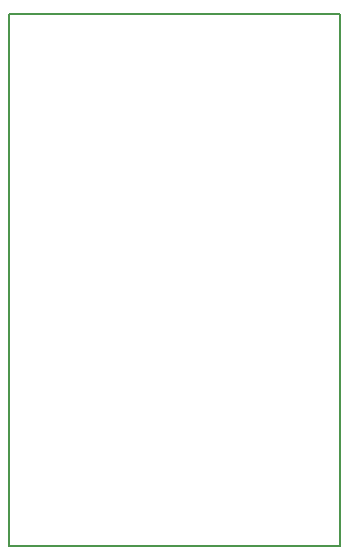
<source format=gbr>
G04 #@! TF.FileFunction,Profile,NP*
%FSLAX46Y46*%
G04 Gerber Fmt 4.6, Leading zero omitted, Abs format (unit mm)*
G04 Created by KiCad (PCBNEW 4.0.7) date 07/20/18 15:04:26*
%MOMM*%
%LPD*%
G01*
G04 APERTURE LIST*
%ADD10C,0.100000*%
%ADD11C,0.150000*%
G04 APERTURE END LIST*
D10*
D11*
X123000000Y-142000000D02*
X95000000Y-142000000D01*
X95000000Y-142000000D02*
X95000000Y-97000000D01*
X123000000Y-97000000D02*
X123000000Y-142000000D01*
X95000000Y-97000000D02*
X123000000Y-97000000D01*
M02*

</source>
